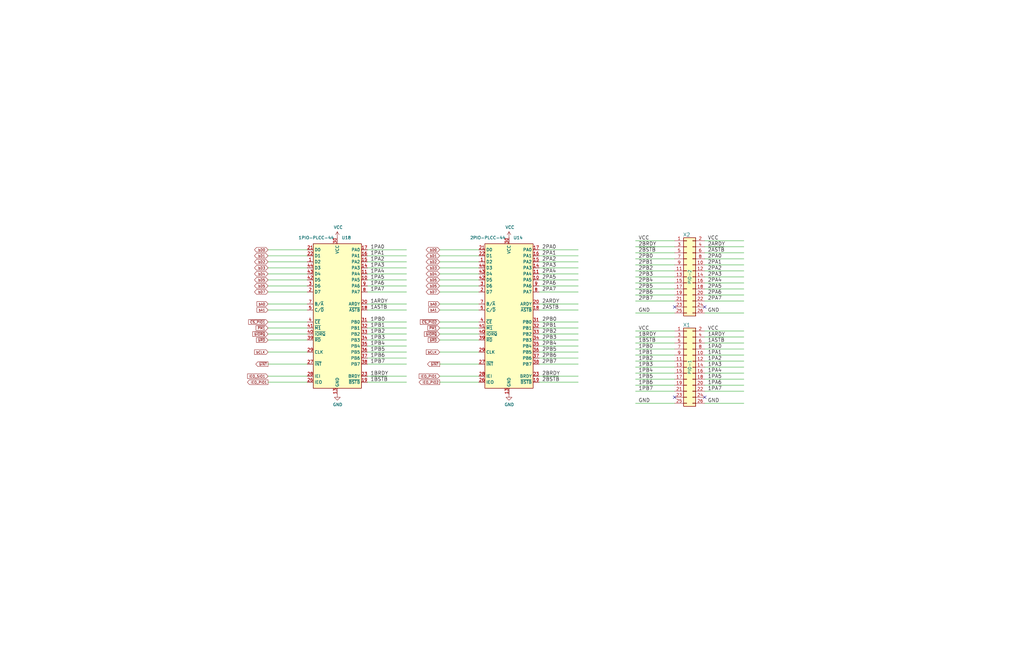
<source format=kicad_sch>
(kicad_sch (version 20211123) (generator eeschema)
  (paper "B")
  (lib_symbols
    (symbol "Connector_Generic:Conn_02x13_Odd_Even" (pin_names (offset 1.016) hide)
      (property "Reference" "J" (at 1.27 17.78 0))
      (property "Value" "Conn_02x13_Odd_Even" (at 1.27 -17.78 0))
      (symbol "Conn_02x13_Odd_Even_1_1"
        (rectangle (start -1.27 -15.113) (end 0 -15.367) (stroke (width 0.1524)))
        (rectangle (start -1.27 -12.573) (end 0 -12.827) (stroke (width 0.1524)))
        (rectangle (start -1.27 -10.033) (end 0 -10.287) (stroke (width 0.1524)))
        (rectangle (start -1.27 -7.493) (end 0 -7.747) (stroke (width 0.1524)))
        (rectangle (start -1.27 -4.953) (end 0 -5.207) (stroke (width 0.1524)))
        (rectangle (start -1.27 -2.413) (end 0 -2.667) (stroke (width 0.1524)))
        (rectangle (start -1.27 0.127) (end 0 -0.127) (stroke (width 0.1524)))
        (rectangle (start -1.27 2.667) (end 0 2.413) (stroke (width 0.1524)))
        (rectangle (start -1.27 5.207) (end 0 4.953) (stroke (width 0.1524)))
        (rectangle (start -1.27 7.747) (end 0 7.493) (stroke (width 0.1524)))
        (rectangle (start -1.27 10.287) (end 0 10.033) (stroke (width 0.1524)))
        (rectangle (start -1.27 12.827) (end 0 12.573) (stroke (width 0.1524)))
        (rectangle (start -1.27 15.367) (end 0 15.113) (stroke (width 0.1524)))
        (rectangle (start -1.27 16.51) (end 3.81 -16.51) (stroke (width 0.254)) (fill (type background)))
        (rectangle (start 3.81 -15.113) (end 2.54 -15.367) (stroke (width 0.1524)))
        (rectangle (start 3.81 -12.573) (end 2.54 -12.827) (stroke (width 0.1524)))
        (rectangle (start 3.81 -10.033) (end 2.54 -10.287) (stroke (width 0.1524)))
        (rectangle (start 3.81 -7.493) (end 2.54 -7.747) (stroke (width 0.1524)))
        (rectangle (start 3.81 -4.953) (end 2.54 -5.207) (stroke (width 0.1524)))
        (rectangle (start 3.81 -2.413) (end 2.54 -2.667) (stroke (width 0.1524)))
        (rectangle (start 3.81 0.127) (end 2.54 -0.127) (stroke (width 0.1524)))
        (rectangle (start 3.81 2.667) (end 2.54 2.413) (stroke (width 0.1524)))
        (rectangle (start 3.81 5.207) (end 2.54 4.953) (stroke (width 0.1524)))
        (rectangle (start 3.81 7.747) (end 2.54 7.493) (stroke (width 0.1524)))
        (rectangle (start 3.81 10.287) (end 2.54 10.033) (stroke (width 0.1524)))
        (rectangle (start 3.81 12.827) (end 2.54 12.573) (stroke (width 0.1524)))
        (rectangle (start 3.81 15.367) (end 2.54 15.113) (stroke (width 0.1524)))
        (pin passive line (at -5.08 15.24 0) (length 3.81) (name "Pin_1") (number "1"))
        (pin passive line (at 7.62 5.08 180) (length 3.81) (name "Pin_10") (number "10"))
        (pin passive line (at -5.08 2.54 0) (length 3.81) (name "Pin_11") (number "11"))
        (pin passive line (at 7.62 2.54 180) (length 3.81) (name "Pin_12") (number "12"))
        (pin passive line (at -5.08 0 0) (length 3.81) (name "Pin_13") (number "13"))
        (pin passive line (at 7.62 0 180) (length 3.81) (name "Pin_14") (number "14"))
        (pin passive line (at -5.08 -2.54 0) (length 3.81) (name "Pin_15") (number "15"))
        (pin passive line (at 7.62 -2.54 180) (length 3.81) (name "Pin_16") (number "16"))
        (pin passive line (at -5.08 -5.08 0) (length 3.81) (name "Pin_17") (number "17"))
        (pin passive line (at 7.62 -5.08 180) (length 3.81) (name "Pin_18") (number "18"))
        (pin passive line (at -5.08 -7.62 0) (length 3.81) (name "Pin_19") (number "19"))
        (pin passive line (at 7.62 15.24 180) (length 3.81) (name "Pin_2") (number "2"))
        (pin passive line (at 7.62 -7.62 180) (length 3.81) (name "Pin_20") (number "20"))
        (pin passive line (at -5.08 -10.16 0) (length 3.81) (name "Pin_21") (number "21"))
        (pin passive line (at 7.62 -10.16 180) (length 3.81) (name "Pin_22") (number "22"))
        (pin passive line (at -5.08 -12.7 0) (length 3.81) (name "Pin_23") (number "23"))
        (pin passive line (at 7.62 -12.7 180) (length 3.81) (name "Pin_24") (number "24"))
        (pin passive line (at -5.08 -15.24 0) (length 3.81) (name "Pin_25") (number "25"))
        (pin passive line (at 7.62 -15.24 180) (length 3.81) (name "Pin_26") (number "26"))
        (pin passive line (at -5.08 12.7 0) (length 3.81) (name "Pin_3") (number "3"))
        (pin passive line (at 7.62 12.7 180) (length 3.81) (name "Pin_4") (number "4"))
        (pin passive line (at -5.08 10.16 0) (length 3.81) (name "Pin_5") (number "5"))
        (pin passive line (at 7.62 10.16 180) (length 3.81) (name "Pin_6") (number "6"))
        (pin passive line (at -5.08 7.62 0) (length 3.81) (name "Pin_7") (number "7"))
        (pin passive line (at 7.62 7.62 180) (length 3.81) (name "Pin_8") (number "8"))
        (pin passive line (at -5.08 5.08 0) (length 3.81) (name "Pin_9") (number "9"))
      )
    )
    (symbol "Zilog_Z80_Peripherals:PIO-PLCC-44"
      (property "Reference" "U" (at 1.27 1.27 0))
      (property "Value" "PIO-PLCC-44" (at 12.7 1.27 0))
      (symbol "PIO-PLCC-44_0_0"
        (pin no_connect line (at 13.97 -21.59 0) (length 2.54) hide (name "NC") (number "12"))
        (pin no_connect line (at 13.97 -19.05 0) (length 2.54) hide (name "NC") (number "24"))
        (pin no_connect line (at 13.97 -16.51 0) (length 2.54) hide (name "NC") (number "25"))
        (pin no_connect line (at 13.97 -13.97 0) (length 2.54) hide (name "NC") (number "6"))
      )
      (symbol "PIO-PLCC-44_1_0"
        (rectangle (start 0 0) (end 20.32 -60.96) (stroke (width 0.254)) (fill (type background)))
      )
      (symbol "PIO-PLCC-44_1_1"
        (pin bidirectional line (at -2.54 -7.62 0) (length 2.54) (name "D2") (number "1"))
        (pin bidirectional line (at 22.86 -15.24 180) (length 2.54) (name "PA5") (number "10"))
        (pin bidirectional line (at 22.86 -12.7 180) (length 2.54) (name "PA4") (number "11"))
        (pin power_in line (at 10.16 -63.5 90) (length 2.54) (name "GND") (number "13"))
        (pin bidirectional line (at 22.86 -10.16 180) (length 2.54) (name "PA3") (number "14"))
        (pin bidirectional line (at 22.86 -7.62 180) (length 2.54) (name "PA2") (number "15"))
        (pin bidirectional line (at 22.86 -5.08 180) (length 2.54) (name "PA1") (number "16"))
        (pin bidirectional line (at 22.86 -2.54 180) (length 2.54) (name "PA0") (number "17"))
        (pin input line (at 22.86 -27.94 180) (length 2.54) (name "~{ASTB}") (number "18"))
        (pin input line (at 22.86 -58.42 180) (length 2.54) (name "~{BSTB}") (number "19"))
        (pin bidirectional line (at -2.54 -20.32 0) (length 2.54) (name "D7") (number "2"))
        (pin output line (at 22.86 -25.4 180) (length 2.54) (name "ARDY") (number "20"))
        (pin bidirectional line (at -2.54 -2.54 0) (length 2.54) (name "D0") (number "21"))
        (pin bidirectional line (at -2.54 -5.08 0) (length 2.54) (name "D1") (number "22"))
        (pin output line (at 22.86 -55.88 180) (length 2.54) (name "BRDY") (number "23"))
        (pin output line (at -2.54 -58.42 0) (length 2.54) (name "IEO") (number "26"))
        (pin open_collector line (at -2.54 -50.8 0) (length 2.54) (name "~{INT}") (number "27"))
        (pin input line (at -2.54 -55.88 0) (length 2.54) (name "IEI") (number "28"))
        (pin input line (at -2.54 -45.72 0) (length 2.54) (name "CLK") (number "29"))
        (pin bidirectional line (at -2.54 -17.78 0) (length 2.54) (name "D6") (number "3"))
        (pin power_in line (at 10.16 2.54 270) (length 2.54) (name "VCC") (number "30"))
        (pin bidirectional line (at 22.86 -33.02 180) (length 2.54) (name "PB0") (number "31"))
        (pin bidirectional line (at 22.86 -35.56 180) (length 2.54) (name "PB1") (number "32"))
        (pin bidirectional line (at 22.86 -38.1 180) (length 2.54) (name "PB2") (number "33"))
        (pin bidirectional line (at 22.86 -40.64 180) (length 2.54) (name "PB3") (number "34"))
        (pin bidirectional line (at 22.86 -43.18 180) (length 2.54) (name "PB4") (number "35"))
        (pin bidirectional line (at 22.86 -45.72 180) (length 2.54) (name "PB5") (number "36"))
        (pin bidirectional line (at 22.86 -48.26 180) (length 2.54) (name "PB6") (number "37"))
        (pin bidirectional line (at 22.86 -50.8 180) (length 2.54) (name "PB7") (number "38"))
        (pin input line (at -2.54 -40.64 0) (length 2.54) (name "~{RD}") (number "39"))
        (pin input line (at -2.54 -33.02 0) (length 2.54) (name "~{CE}") (number "4"))
        (pin input line (at -2.54 -38.1 0) (length 2.54) (name "~{IORQ}") (number "40"))
        (pin input line (at -2.54 -35.56 0) (length 2.54) (name "~{M1}") (number "41"))
        (pin bidirectional line (at -2.54 -15.24 0) (length 2.54) (name "D5") (number "42"))
        (pin bidirectional line (at -2.54 -12.7 0) (length 2.54) (name "D4") (number "43"))
        (pin bidirectional line (at -2.54 -10.16 0) (length 2.54) (name "D3") (number "44"))
        (pin input line (at -2.54 -27.94 0) (length 2.54) (name "C/~{D}") (number "5"))
        (pin input line (at -2.54 -25.4 0) (length 2.54) (name "B/~{A}") (number "7"))
        (pin bidirectional line (at 22.86 -20.32 180) (length 2.54) (name "PA7") (number "8"))
        (pin bidirectional line (at 22.86 -17.78 180) (length 2.54) (name "PA6") (number "9"))
      )
    )
    (symbol "power:GND" (power) (pin_names (offset 0))
      (property "Value" "GND" (at 0 -3.81 0))
      (symbol "GND_0_1"
        (polyline (pts (xy 0 0) (xy 0 -1.27) (xy 1.27 -1.27) (xy 0 -2.54) (xy -1.27 -1.27) (xy 0 -1.27)))
      )
      (symbol "GND_1_1"
        (pin power_in line (at 0 0 270) (length 0) hide (name "GND") (number "1"))
      )
    )
    (symbol "power:VCC" (power) (pin_names (offset 0))
      (property "Value" "VCC" (at 0 3.81 0))
      (symbol "VCC_0_1"
        (polyline (pts (xy -0.762 1.27) (xy 0 2.54)))
        (polyline (pts (xy 0 0) (xy 0 2.54)))
        (polyline (pts (xy 0 2.54) (xy 0.762 1.27)))
      )
      (symbol "VCC_1_1"
        (pin power_in line (at 0 0 90) (length 0) hide (name "VCC") (number "1"))
      )
    )
  )
  (no_connect (at 297.18 167.64))
  (no_connect (at 284.48 129.54))
  (no_connect (at 284.48 167.64))
  (no_connect (at 297.18 129.54))
  (wire (pts (xy 113.03 138.43) (xy 129.54 138.43)))
  (wire (pts (xy 267.97 116.84) (xy 284.48 116.84)))
  (wire (pts (xy 113.03 140.97) (xy 129.54 140.97)))
  (wire (pts (xy 227.33 146.05) (xy 243.84 146.05)))
  (wire (pts (xy 154.94 140.97) (xy 171.45 140.97)))
  (wire (pts (xy 154.94 123.19) (xy 171.45 123.19)))
  (wire (pts (xy 297.18 111.76) (xy 313.69 111.76)))
  (wire (pts (xy 297.18 132.08) (xy 313.69 132.08)))
  (wire (pts (xy 227.33 161.29) (xy 243.84 161.29)))
  (wire (pts (xy 267.97 124.46) (xy 284.48 124.46)))
  (wire (pts (xy 185.42 135.89) (xy 201.93 135.89)))
  (wire (pts (xy 113.03 123.19) (xy 129.54 123.19)))
  (wire (pts (xy 113.03 120.65) (xy 129.54 120.65)))
  (wire (pts (xy 297.18 162.56) (xy 313.69 162.56)))
  (wire (pts (xy 185.42 110.49) (xy 201.93 110.49)))
  (wire (pts (xy 185.42 143.51) (xy 201.93 143.51)))
  (wire (pts (xy 267.97 114.3) (xy 284.48 114.3)))
  (wire (pts (xy 267.97 109.22) (xy 284.48 109.22)))
  (wire (pts (xy 267.97 111.76) (xy 284.48 111.76)))
  (wire (pts (xy 267.97 127) (xy 284.48 127)))
  (wire (pts (xy 297.18 121.92) (xy 313.69 121.92)))
  (wire (pts (xy 154.94 138.43) (xy 171.45 138.43)))
  (wire (pts (xy 297.18 106.68) (xy 313.69 106.68)))
  (wire (pts (xy 113.03 130.81) (xy 129.54 130.81)))
  (wire (pts (xy 297.18 157.48) (xy 313.69 157.48)))
  (wire (pts (xy 297.18 109.22) (xy 313.69 109.22)))
  (wire (pts (xy 227.33 138.43) (xy 243.84 138.43)))
  (wire (pts (xy 267.97 170.18) (xy 284.48 170.18)))
  (wire (pts (xy 267.97 157.48) (xy 284.48 157.48)))
  (wire (pts (xy 154.94 161.29) (xy 171.45 161.29)))
  (wire (pts (xy 227.33 107.95) (xy 243.84 107.95)))
  (wire (pts (xy 297.18 152.4) (xy 313.69 152.4)))
  (wire (pts (xy 185.42 113.03) (xy 201.93 113.03)))
  (wire (pts (xy 297.18 165.1) (xy 313.69 165.1)))
  (wire (pts (xy 267.97 121.92) (xy 284.48 121.92)))
  (wire (pts (xy 113.03 135.89) (xy 129.54 135.89)))
  (wire (pts (xy 227.33 110.49) (xy 243.84 110.49)))
  (wire (pts (xy 113.03 148.59) (xy 129.54 148.59)))
  (wire (pts (xy 185.42 120.65) (xy 201.93 120.65)))
  (wire (pts (xy 154.94 118.11) (xy 171.45 118.11)))
  (wire (pts (xy 154.94 151.13) (xy 171.45 151.13)))
  (wire (pts (xy 185.42 161.29) (xy 201.93 161.29)))
  (wire (pts (xy 227.33 140.97) (xy 243.84 140.97)))
  (wire (pts (xy 154.94 135.89) (xy 171.45 135.89)))
  (wire (pts (xy 113.03 153.67) (xy 129.54 153.67)))
  (wire (pts (xy 185.42 105.41) (xy 201.93 105.41)))
  (wire (pts (xy 185.42 153.67) (xy 201.93 153.67)))
  (wire (pts (xy 154.94 110.49) (xy 171.45 110.49)))
  (wire (pts (xy 113.03 161.29) (xy 129.54 161.29)))
  (wire (pts (xy 267.97 142.24) (xy 284.48 142.24)))
  (wire (pts (xy 267.97 165.1) (xy 284.48 165.1)))
  (wire (pts (xy 227.33 105.41) (xy 243.84 105.41)))
  (wire (pts (xy 227.33 153.67) (xy 243.84 153.67)))
  (wire (pts (xy 185.42 130.81) (xy 201.93 130.81)))
  (wire (pts (xy 267.97 144.78) (xy 284.48 144.78)))
  (wire (pts (xy 267.97 139.7) (xy 284.48 139.7)))
  (wire (pts (xy 113.03 105.41) (xy 129.54 105.41)))
  (wire (pts (xy 154.94 107.95) (xy 171.45 107.95)))
  (wire (pts (xy 267.97 149.86) (xy 284.48 149.86)))
  (wire (pts (xy 185.42 128.27) (xy 201.93 128.27)))
  (wire (pts (xy 113.03 113.03) (xy 129.54 113.03)))
  (wire (pts (xy 227.33 123.19) (xy 243.84 123.19)))
  (wire (pts (xy 227.33 158.75) (xy 243.84 158.75)))
  (wire (pts (xy 297.18 160.02) (xy 313.69 160.02)))
  (wire (pts (xy 154.94 153.67) (xy 171.45 153.67)))
  (wire (pts (xy 154.94 113.03) (xy 171.45 113.03)))
  (wire (pts (xy 185.42 115.57) (xy 201.93 115.57)))
  (wire (pts (xy 227.33 115.57) (xy 243.84 115.57)))
  (wire (pts (xy 227.33 128.27) (xy 243.84 128.27)))
  (wire (pts (xy 227.33 120.65) (xy 243.84 120.65)))
  (wire (pts (xy 185.42 118.11) (xy 201.93 118.11)))
  (wire (pts (xy 297.18 116.84) (xy 313.69 116.84)))
  (wire (pts (xy 297.18 119.38) (xy 313.69 119.38)))
  (wire (pts (xy 113.03 115.57) (xy 129.54 115.57)))
  (wire (pts (xy 154.94 158.75) (xy 171.45 158.75)))
  (wire (pts (xy 297.18 170.18) (xy 313.69 170.18)))
  (wire (pts (xy 154.94 148.59) (xy 171.45 148.59)))
  (wire (pts (xy 267.97 104.14) (xy 284.48 104.14)))
  (wire (pts (xy 185.42 123.19) (xy 201.93 123.19)))
  (wire (pts (xy 113.03 110.49) (xy 129.54 110.49)))
  (wire (pts (xy 113.03 118.11) (xy 129.54 118.11)))
  (wire (pts (xy 297.18 127) (xy 313.69 127)))
  (wire (pts (xy 227.33 130.81) (xy 243.84 130.81)))
  (wire (pts (xy 154.94 128.27) (xy 171.45 128.27)))
  (wire (pts (xy 297.18 147.32) (xy 313.69 147.32)))
  (wire (pts (xy 297.18 104.14) (xy 313.69 104.14)))
  (wire (pts (xy 267.97 147.32) (xy 284.48 147.32)))
  (wire (pts (xy 154.94 120.65) (xy 171.45 120.65)))
  (wire (pts (xy 313.69 139.7) (xy 297.18 139.7)))
  (wire (pts (xy 267.97 106.68) (xy 284.48 106.68)))
  (wire (pts (xy 185.42 140.97) (xy 201.93 140.97)))
  (wire (pts (xy 267.97 132.08) (xy 284.48 132.08)))
  (wire (pts (xy 297.18 149.86) (xy 313.69 149.86)))
  (wire (pts (xy 227.33 118.11) (xy 243.84 118.11)))
  (wire (pts (xy 267.97 119.38) (xy 284.48 119.38)))
  (wire (pts (xy 267.97 162.56) (xy 284.48 162.56)))
  (wire (pts (xy 297.18 154.94) (xy 313.69 154.94)))
  (wire (pts (xy 227.33 113.03) (xy 243.84 113.03)))
  (wire (pts (xy 267.97 154.94) (xy 284.48 154.94)))
  (wire (pts (xy 297.18 124.46) (xy 313.69 124.46)))
  (wire (pts (xy 154.94 146.05) (xy 171.45 146.05)))
  (wire (pts (xy 113.03 107.95) (xy 129.54 107.95)))
  (wire (pts (xy 185.42 158.75) (xy 201.93 158.75)))
  (wire (pts (xy 154.94 143.51) (xy 171.45 143.51)))
  (wire (pts (xy 267.97 101.6) (xy 284.48 101.6)))
  (wire (pts (xy 185.42 138.43) (xy 201.93 138.43)))
  (wire (pts (xy 227.33 148.59) (xy 243.84 148.59)))
  (wire (pts (xy 154.94 130.81) (xy 171.45 130.81)))
  (wire (pts (xy 297.18 101.6) (xy 313.69 101.6)))
  (wire (pts (xy 227.33 135.89) (xy 243.84 135.89)))
  (wire (pts (xy 113.03 158.75) (xy 129.54 158.75)))
  (wire (pts (xy 185.42 107.95) (xy 201.93 107.95)))
  (wire (pts (xy 227.33 151.13) (xy 243.84 151.13)))
  (wire (pts (xy 267.97 160.02) (xy 284.48 160.02)))
  (wire (pts (xy 154.94 105.41) (xy 171.45 105.41)))
  (wire (pts (xy 113.03 128.27) (xy 129.54 128.27)))
  (wire (pts (xy 297.18 142.24) (xy 313.69 142.24)))
  (wire (pts (xy 113.03 143.51) (xy 129.54 143.51)))
  (wire (pts (xy 297.18 114.3) (xy 313.69 114.3)))
  (wire (pts (xy 227.33 143.51) (xy 243.84 143.51)))
  (wire (pts (xy 154.94 115.57) (xy 171.45 115.57)))
  (wire (pts (xy 267.97 152.4) (xy 284.48 152.4)))
  (wire (pts (xy 297.18 144.78) (xy 313.69 144.78)))
  (wire (pts (xy 185.42 148.59) (xy 201.93 148.59)))
  (label "~{1ASTB}" (at 156.21 130.81 0) (effects (font (size 1.524 1.524))))
  (label "1PA7" (at 156.21 123.19 0) (effects (font (size 1.524 1.524))))
  (label "GND" (at 269.24 132.08 0) (effects (font (size 1.524 1.524))))
  (label "1PB3" (at 156.21 143.51 0) (effects (font (size 1.524 1.524))))
  (label "1PA1" (at 298.45 149.86 0) (effects (font (size 1.524 1.524))))
  (label "1PB7" (at 156.21 153.67 0) (effects (font (size 1.524 1.524))))
  (label "1PB6" (at 269.24 162.56 0) (effects (font (size 1.524 1.524))))
  (label "1PB1" (at 156.21 138.43 0) (effects (font (size 1.524 1.524))))
  (label "2PA1" (at 298.45 111.76 0) (effects (font (size 1.524 1.524))))
  (label "1PB5" (at 156.21 148.59 0) (effects (font (size 1.524 1.524))))
  (label "2PB2" (at 269.24 114.3 0) (effects (font (size 1.524 1.524))))
  (label "1PA0" (at 298.45 147.32 0) (effects (font (size 1.524 1.524))))
  (label "VCC" (at 269.24 101.6 0) (effects (font (size 1.524 1.524))))
  (label "2PB3" (at 269.24 116.84 0) (effects (font (size 1.524 1.524))))
  (label "GND" (at 298.45 170.18 0) (effects (font (size 1.524 1.524))))
  (label "1PA4" (at 156.21 115.57 0) (effects (font (size 1.524 1.524))))
  (label "1ARDY" (at 156.21 128.27 0) (effects (font (size 1.524 1.524))))
  (label "1PA0" (at 156.21 105.41 0) (effects (font (size 1.524 1.524))))
  (label "1PB2" (at 269.24 152.4 0) (effects (font (size 1.524 1.524))))
  (label "2PA3" (at 228.6 113.03 0) (effects (font (size 1.524 1.524))))
  (label "2PB5" (at 269.24 121.92 0) (effects (font (size 1.524 1.524))))
  (label "~{2BSTB}" (at 228.6 161.29 0) (effects (font (size 1.524 1.524))))
  (label "2PB3" (at 228.6 143.51 0) (effects (font (size 1.524 1.524))))
  (label "2PB4" (at 228.6 146.05 0) (effects (font (size 1.524 1.524))))
  (label "2PA5" (at 228.6 118.11 0) (effects (font (size 1.524 1.524))))
  (label "1ARDY" (at 298.45 142.24 0) (effects (font (size 1.524 1.524))))
  (label "2PB6" (at 269.24 124.46 0) (effects (font (size 1.524 1.524))))
  (label "1PA4" (at 298.45 157.48 0) (effects (font (size 1.524 1.524))))
  (label "2PA2" (at 228.6 110.49 0) (effects (font (size 1.524 1.524))))
  (label "2PB0" (at 228.6 135.89 0) (effects (font (size 1.524 1.524))))
  (label "1PA5" (at 156.21 118.11 0) (effects (font (size 1.524 1.524))))
  (label "1PA6" (at 156.21 120.65 0) (effects (font (size 1.524 1.524))))
  (label "1PA7" (at 298.45 165.1 0) (effects (font (size 1.524 1.524))))
  (label "1PB7" (at 269.24 165.1 0) (effects (font (size 1.524 1.524))))
  (label "2PA7" (at 228.6 123.19 0) (effects (font (size 1.524 1.524))))
  (label "2PA6" (at 298.45 124.46 0) (effects (font (size 1.524 1.524))))
  (label "VCC" (at 298.45 139.7 0) (effects (font (size 1.524 1.524))))
  (label "2PA4" (at 228.6 115.57 0) (effects (font (size 1.524 1.524))))
  (label "1PA1" (at 156.21 107.95 0) (effects (font (size 1.524 1.524))))
  (label "~{1BSTB}" (at 156.21 161.29 0) (effects (font (size 1.524 1.524))))
  (label "~{1BSTB}" (at 269.24 144.78 0) (effects (font (size 1.524 1.524))))
  (label "2PA0" (at 298.45 109.22 0) (effects (font (size 1.524 1.524))))
  (label "2PA4" (at 298.45 119.38 0) (effects (font (size 1.524 1.524))))
  (label "1PA5" (at 298.45 160.02 0) (effects (font (size 1.524 1.524))))
  (label "2PB4" (at 269.24 119.38 0) (effects (font (size 1.524 1.524))))
  (label "1PB6" (at 156.21 151.13 0) (effects (font (size 1.524 1.524))))
  (label "2PB7" (at 228.6 153.67 0) (effects (font (size 1.524 1.524))))
  (label "1PB2" (at 156.21 140.97 0) (effects (font (size 1.524 1.524))))
  (label "1PA3" (at 156.21 113.03 0) (effects (font (size 1.524 1.524))))
  (label "1PB3" (at 269.24 154.94 0) (effects (font (size 1.524 1.524))))
  (label "~{2BSTB}" (at 269.24 106.68 0) (effects (font (size 1.524 1.524))))
  (label "2PB1" (at 228.6 138.43 0) (effects (font (size 1.524 1.524))))
  (label "2PB6" (at 228.6 151.13 0) (effects (font (size 1.524 1.524))))
  (label "1PB4" (at 269.24 157.48 0) (effects (font (size 1.524 1.524))))
  (label "2PA7" (at 298.45 127 0) (effects (font (size 1.524 1.524))))
  (label "2PA1" (at 228.6 107.95 0) (effects (font (size 1.524 1.524))))
  (label "1PA3" (at 298.45 154.94 0) (effects (font (size 1.524 1.524))))
  (label "2PB0" (at 269.24 109.22 0) (effects (font (size 1.524 1.524))))
  (label "~{1ASTB}" (at 298.45 144.78 0) (effects (font (size 1.524 1.524))))
  (label "2BRDY" (at 228.6 158.75 0) (effects (font (size 1.524 1.524))))
  (label "2PB7" (at 269.24 127 0) (effects (font (size 1.524 1.524))))
  (label "~{2ASTB}" (at 228.6 130.81 0) (effects (font (size 1.524 1.524))))
  (label "1PA6" (at 298.45 162.56 0) (effects (font (size 1.524 1.524))))
  (label "1PB4" (at 156.21 146.05 0) (effects (font (size 1.524 1.524))))
  (label "1PB5" (at 269.24 160.02 0) (effects (font (size 1.524 1.524))))
  (label "2ARDY" (at 298.45 104.14 0) (effects (font (size 1.524 1.524))))
  (label "2PA6" (at 228.6 120.65 0) (effects (font (size 1.524 1.524))))
  (label "1PB0" (at 269.24 147.32 0) (effects (font (size 1.524 1.524))))
  (label "2PA3" (at 298.45 116.84 0) (effects (font (size 1.524 1.524))))
  (label "VCC" (at 298.45 101.6 0) (effects (font (size 1.524 1.524))))
  (label "1BRDY" (at 156.21 158.75 0) (effects (font (size 1.524 1.524))))
  (label "GND" (at 269.24 170.18 0) (effects (font (size 1.524 1.524))))
  (label "2PB5" (at 228.6 148.59 0) (effects (font (size 1.524 1.524))))
  (label "VCC" (at 269.24 139.7 0) (effects (font (size 1.524 1.524))))
  (label "2PA0" (at 228.6 105.41 0) (effects (font (size 1.524 1.524))))
  (label "GND" (at 298.45 132.08 0) (effects (font (size 1.524 1.524))))
  (label "1PB1" (at 269.24 149.86 0) (effects (font (size 1.524 1.524))))
  (label "~{2ASTB}" (at 298.45 106.68 0) (effects (font (size 1.524 1.524))))
  (label "2PB1" (at 269.24 111.76 0) (effects (font (size 1.524 1.524))))
  (label "2BRDY" (at 269.24 104.14 0) (effects (font (size 1.524 1.524))))
  (label "2PB2" (at 228.6 140.97 0) (effects (font (size 1.524 1.524))))
  (label "2PA5" (at 298.45 121.92 0) (effects (font (size 1.524 1.524))))
  (label "2ARDY" (at 228.6 128.27 0) (effects (font (size 1.524 1.524))))
  (label "2PA2" (at 298.45 114.3 0) (effects (font (size 1.524 1.524))))
  (label "1PA2" (at 156.21 110.49 0) (effects (font (size 1.524 1.524))))
  (label "1PB0" (at 156.21 135.89 0) (effects (font (size 1.524 1.524))))
  (label "1BRDY" (at 269.24 142.24 0) (effects (font (size 1.524 1.524))))
  (label "1PA2" (at 298.45 152.4 0) (effects (font (size 1.524 1.524))))
  (global_label "bD5" (shape bidirectional) (at 113.03 118.11 180) (effects (font (size 1.016 1.016))) (property "Intersheet References" "${INTERSHEET_REFS}" (effects hide)))
  (global_label "~{bRD}" (shape input) (at 113.03 143.51 180) (effects (font (size 1.016 1.016))) (property "Intersheet References" "${INTERSHEET_REFS}" (effects hide)))
  (global_label "bD0" (shape bidirectional) (at 113.03 105.41 180) (effects (font (size 1.016 1.016))) (property "Intersheet References" "${INTERSHEET_REFS}" (effects hide)))
  (global_label "bA0" (shape input) (at 113.03 128.27 180) (effects (font (size 1.016 1.016))) (property "Intersheet References" "${INTERSHEET_REFS}" (effects hide)))
  (global_label "IEO_PIO1" (shape input) (at 185.42 158.75 180) (effects (font (size 1.016 1.016))) (property "Intersheet References" "${INTERSHEET_REFS}" (effects hide)))
  (global_label "bD5" (shape bidirectional) (at 185.42 120.65 180) (effects (font (size 1.016 1.016))) (property "Intersheet References" "${INTERSHEET_REFS}" (effects hide)))
  (global_label "~{bINT}" (shape output) (at 113.03 153.67 180) (effects (font (size 1.016 1.016))) (property "Intersheet References" "${INTERSHEET_REFS}" (effects hide)))
  (global_label "bD1" (shape bidirectional) (at 113.03 107.95 180) (effects (font (size 1.016 1.016))) (property "Intersheet References" "${INTERSHEET_REFS}" (effects hide)))
  (global_label "bD3" (shape bidirectional) (at 185.42 113.03 180) (effects (font (size 1.016 1.016))) (property "Intersheet References" "${INTERSHEET_REFS}" (effects hide)))
  (global_label "bD3" (shape bidirectional) (at 113.03 113.03 180) (effects (font (size 1.016 1.016))) (property "Intersheet References" "${INTERSHEET_REFS}" (effects hide)))
  (global_label "bD4" (shape bidirectional) (at 185.42 115.57 180) (effects (font (size 1.016 1.016))) (property "Intersheet References" "${INTERSHEET_REFS}" (effects hide)))
  (global_label "~{PM1}" (shape input) (at 113.03 138.43 180) (effects (font (size 1.016 1.016))) (property "Intersheet References" "${INTERSHEET_REFS}" (effects hide)))
  (global_label "bD5" (shape bidirectional) (at 185.42 118.11 180) (effects (font (size 1.016 1.016))) (property "Intersheet References" "${INTERSHEET_REFS}" (effects hide)))
  (global_label "bD4" (shape bidirectional) (at 113.03 115.57 180) (effects (font (size 1.016 1.016))) (property "Intersheet References" "${INTERSHEET_REFS}" (effects hide)))
  (global_label "~{CS_PIO2}" (shape input) (at 185.42 135.89 180) (effects (font (size 1.016 1.016))) (property "Intersheet References" "${INTERSHEET_REFS}" (effects hide)))
  (global_label "bD7" (shape bidirectional) (at 185.42 123.19 180) (effects (font (size 1.016 1.016))) (property "Intersheet References" "${INTERSHEET_REFS}" (effects hide)))
  (global_label "bA0" (shape input) (at 185.42 128.27 180) (effects (font (size 1.016 1.016))) (property "Intersheet References" "${INTERSHEET_REFS}" (effects hide)))
  (global_label "~{bIORQ}" (shape input) (at 113.03 140.97 180) (effects (font (size 1.016 1.016))) (property "Intersheet References" "${INTERSHEET_REFS}" (effects hide)))
  (global_label "bA1" (shape input) (at 185.42 130.81 180) (effects (font (size 1.016 1.016))) (property "Intersheet References" "${INTERSHEET_REFS}" (effects hide)))
  (global_label "bD2" (shape bidirectional) (at 185.42 110.49 180) (effects (font (size 1.016 1.016))) (property "Intersheet References" "${INTERSHEET_REFS}" (effects hide)))
  (global_label "bD5" (shape bidirectional) (at 113.03 120.65 180) (effects (font (size 1.016 1.016))) (property "Intersheet References" "${INTERSHEET_REFS}" (effects hide)))
  (global_label "IEO_PIO2" (shape output) (at 185.42 161.29 180) (effects (font (size 1.016 1.016))) (property "Intersheet References" "${INTERSHEET_REFS}" (effects hide)))
  (global_label "IEO_PIO1" (shape output) (at 113.03 161.29 180) (effects (font (size 1.016 1.016))) (property "Intersheet References" "${INTERSHEET_REFS}" (effects hide)))
  (global_label "bD0" (shape bidirectional) (at 185.42 105.41 180) (effects (font (size 1.016 1.016))) (property "Intersheet References" "${INTERSHEET_REFS}" (effects hide)))
  (global_label "bCLK" (shape input) (at 185.42 148.59 180) (effects (font (size 1.016 1.016))) (property "Intersheet References" "${INTERSHEET_REFS}" (effects hide)))
  (global_label "~{bIORQ}" (shape input) (at 185.42 140.97 180) (effects (font (size 1.016 1.016))) (property "Intersheet References" "${INTERSHEET_REFS}" (effects hide)))
  (global_label "~{bRD}" (shape input) (at 185.42 143.51 180) (effects (font (size 1.016 1.016))) (property "Intersheet References" "${INTERSHEET_REFS}" (effects hide)))
  (global_label "bA1" (shape input) (at 113.03 130.81 180) (effects (font (size 1.016 1.016))) (property "Intersheet References" "${INTERSHEET_REFS}" (effects hide)))
  (global_label "IEO_SIO1" (shape input) (at 113.03 158.75 180) (effects (font (size 1.016 1.016))) (property "Intersheet References" "${INTERSHEET_REFS}" (effects hide)))
  (global_label "bD1" (shape bidirectional) (at 185.42 107.95 180) (effects (font (size 1.016 1.016))) (property "Intersheet References" "${INTERSHEET_REFS}" (effects hide)))
  (global_label "~{PM1}" (shape input) (at 185.42 138.43 180) (effects (font (size 1.016 1.016))) (property "Intersheet References" "${INTERSHEET_REFS}" (effects hide)))
  (global_label "bD2" (shape bidirectional) (at 113.03 110.49 180) (effects (font (size 1.016 1.016))) (property "Intersheet References" "${INTERSHEET_REFS}" (effects hide)))
  (global_label "~{bINT}" (shape output) (at 185.42 153.67 180) (effects (font (size 1.016 1.016))) (property "Intersheet References" "${INTERSHEET_REFS}" (effects hide)))
  (global_label "bCLK" (shape input) (at 113.03 148.59 180) (effects (font (size 1.016 1.016))) (property "Intersheet References" "${INTERSHEET_REFS}" (effects hide)))
  (global_label "~{CS_PIO1}" (shape input) (at 113.03 135.89 180) (effects (font (size 1.016 1.016))) (property "Intersheet References" "${INTERSHEET_REFS}" (effects hide)))
  (global_label "bD7" (shape bidirectional) (at 113.03 123.19 180) (effects (font (size 1.016 1.016))) (property "Intersheet References" "${INTERSHEET_REFS}" (effects hide)))
  (symbol (lib_id "Connector_Generic:Conn_02x13_Odd_Even") (at 289.56 154.94 0) (unit 1)
    (property "Reference" "X1" (at 289.56 137.16 0) (effects (font (size 1.524 1.524))))
    (property "Value" "PIO-1" (at 290.83 154.94 90))
    (property "Footprint" "Connector_IDC:IDC-Header_2x13_P2.54mm_Horizontal" (effects hide))
  )
  (symbol (lib_id "Zilog_Z80_Peripherals:PIO-PLCC-44") (at 132.08 102.87 0) (unit 1)
    (property "Reference" "U18" (at 146.05 100.33 0))
    (property "Value" "1PIO-PLCC-44" (at 133.35 100.33 0))
    (property "Footprint" "Package_LCC:PLCC-44_THT-Socket" (effects hide))
    (property "Datasheet" "https://www.zilog.com/appnotes_download.php?FromPage=DirectLink&dn=PS0180&ft=Product%20Specification%20(Data%20Sheet)%20%20&f=YUhSMGNEb3ZMM2QzZHk1NmFXeHZaeTVqYjIwdlpHOWpjeTk2T0RBdmNITXdNVGd3TG5Ca1pnPT0=" (effects hide))
  )
  (symbol (lib_id "power:VCC") (at 142.24 100.33 0) (unit 1)
    (property "Reference" "#PWR0133" (effects hide))
    (property "Value" "VCC" (at 142.621 95.9358 0))
  )
  (symbol (lib_id "power:GND") (at 142.24 166.37 0) (unit 1)
    (property "Reference" "#PWR0134" (effects hide))
    (property "Value" "GND" (at 142.367 170.7642 0))
  )
  (symbol (lib_id "Zilog_Z80_Peripherals:PIO-PLCC-44") (at 204.47 102.87 0) (unit 1)
    (property "Reference" "U14" (at 218.44 100.33 0))
    (property "Value" "2PIO-PLCC-44" (at 205.74 100.33 0))
    (property "Footprint" "Package_LCC:PLCC-44_THT-Socket" (effects hide))
    (property "Datasheet" "https://www.zilog.com/appnotes_download.php?FromPage=DirectLink&dn=PS0180&ft=Product%20Specification%20(Data%20Sheet)%20%20&f=YUhSMGNEb3ZMM2QzZHk1NmFXeHZaeTVqYjIwdlpHOWpjeTk2T0RBdmNITXdNVGd3TG5Ca1pnPT0=" (effects hide))
  )
  (symbol (lib_id "power:VCC") (at 214.63 100.33 0) (unit 1)
    (property "Reference" "#PWR0135" (effects hide))
    (property "Value" "VCC" (at 215.011 95.9358 0))
  )
  (symbol (lib_id "power:GND") (at 214.63 166.37 0) (unit 1)
    (property "Reference" "#PWR0136" (effects hide))
    (property "Value" "GND" (at 214.757 170.7642 0))
  )
  (symbol (lib_id "Connector_Generic:Conn_02x13_Odd_Even") (at 289.56 116.84 0) (unit 1)
    (property "Reference" "X2" (at 289.56 99.06 0) (effects (font (size 1.524 1.524))))
    (property "Value" "PIO-2" (at 290.83 116.84 90))
    (property "Footprint" "Connector_IDC:IDC-Header_2x13_P2.54mm_Horizontal" (effects hide))
  )
)
</source>
